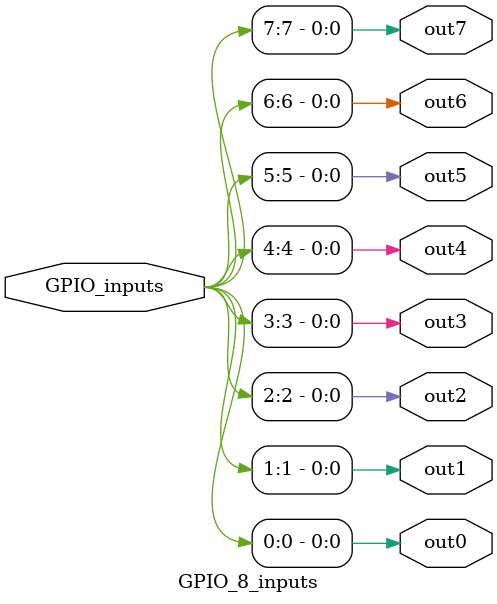
<source format=v>
module GPIO_8_inputs(
    input [7:0]GPIO_inputs,
    output out0, out1, out2, out3, out4, out5, out6, out7
);

    assign GPIO_inputs[0] = out0;
    assign GPIO_inputs[1] = out1;
    assign GPIO_inputs[2] = out2;
    assign GPIO_inputs[3] = out3;
    assign GPIO_inputs[4] = out4;
    assign GPIO_inputs[5] = out5;
    assign GPIO_inputs[6] = out6;
    assign GPIO_inputs[7] = out7;

endmodule
</source>
